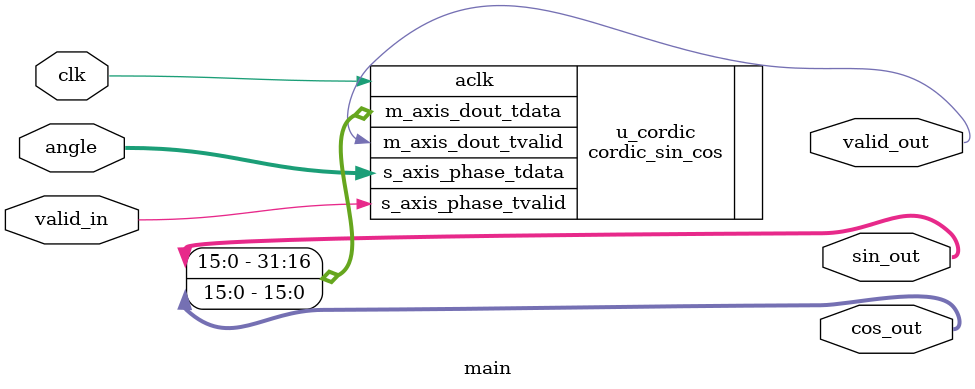
<source format=v>
`timescale 1ns / 1ps
module main (
    input clk,
    input [15:0] angle,     // Q1.2.13 格式的角度
    input valid_in,
    output [15:0] cos_out,  // Q1.1.14 格式的 cos
    output [15:0] sin_out,  // Q1.1.14 格式的 sin
    output valid_out
);

// CORDIC IP instance
cordic_sin_cos u_cordic (
    .aclk(clk),
    .s_axis_phase_tvalid(valid_in),
    .s_axis_phase_tdata(angle),
    .m_axis_dout_tvalid(valid_out),
    .m_axis_dout_tdata({sin_out, cos_out}) // 根據 IP 設定順序
);

endmodule

</source>
